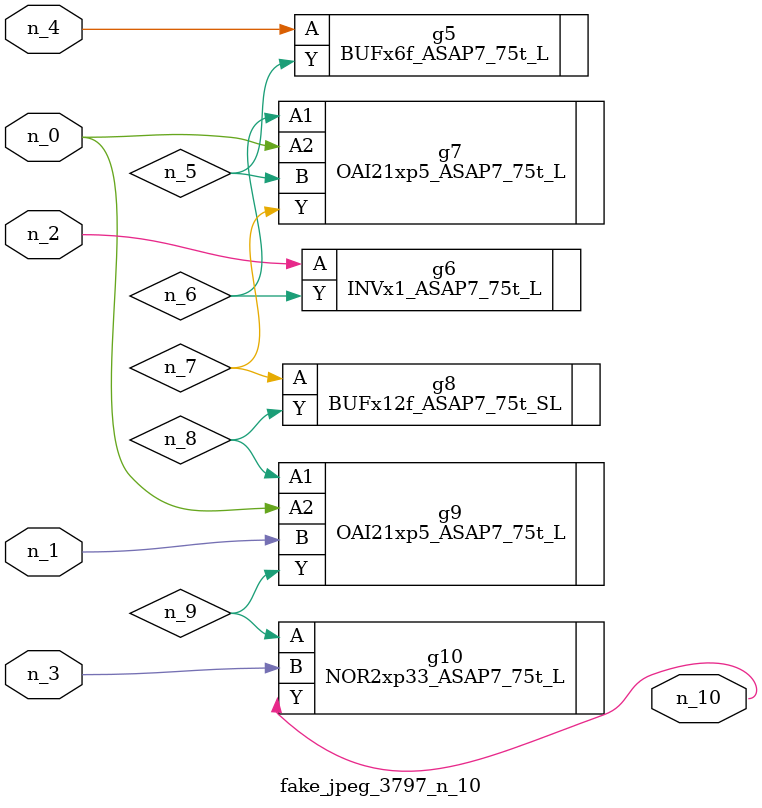
<source format=v>
module fake_jpeg_3797_n_10 (n_3, n_2, n_1, n_0, n_4, n_10);

input n_3;
input n_2;
input n_1;
input n_0;
input n_4;

output n_10;

wire n_8;
wire n_9;
wire n_6;
wire n_5;
wire n_7;

BUFx6f_ASAP7_75t_L g5 ( 
.A(n_4),
.Y(n_5)
);

INVx1_ASAP7_75t_L g6 ( 
.A(n_2),
.Y(n_6)
);

OAI21xp5_ASAP7_75t_L g7 ( 
.A1(n_6),
.A2(n_0),
.B(n_5),
.Y(n_7)
);

BUFx12f_ASAP7_75t_SL g8 ( 
.A(n_7),
.Y(n_8)
);

OAI21xp5_ASAP7_75t_L g9 ( 
.A1(n_8),
.A2(n_0),
.B(n_1),
.Y(n_9)
);

NOR2xp33_ASAP7_75t_L g10 ( 
.A(n_9),
.B(n_3),
.Y(n_10)
);


endmodule
</source>
